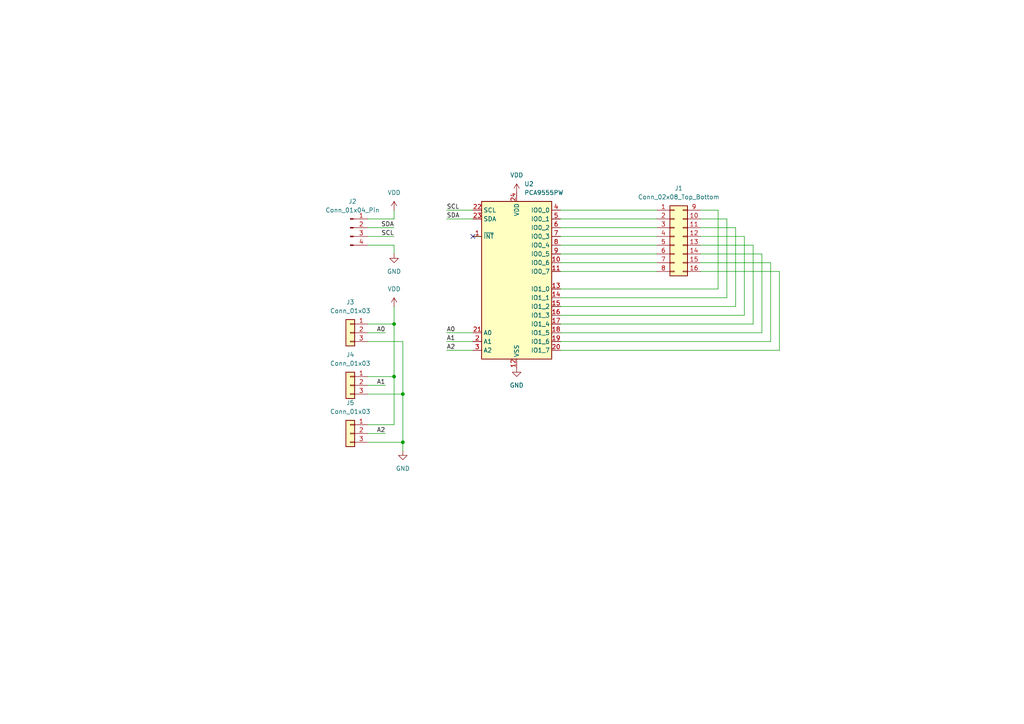
<source format=kicad_sch>
(kicad_sch (version 20231120) (generator "eeschema") (generator_version "8.0")
  (paper "A4")
  (lib_symbols
    (symbol "Connector:Conn_01x04_Pin" (pin_names (offset 1.016) hide)
      (property "Reference" "J" (at 0 5.08 0))
      (property "Value" "Conn_01x04_Pin" (at 0 -7.62 0))
      (symbol "Conn_01x04_Pin_1_1"
        (polyline (pts (xy 1.27 -5.08) (xy 0.8636 -5.08)) (stroke (width 0.1524)))
        (polyline (pts (xy 1.27 -2.54) (xy 0.8636 -2.54)) (stroke (width 0.1524)))
        (polyline (pts (xy 1.27 0) (xy 0.8636 0)) (stroke (width 0.1524)))
        (polyline (pts (xy 1.27 2.54) (xy 0.8636 2.54)) (stroke (width 0.1524)))
        (rectangle (start 0.8636 -4.953) (end 0 -5.207) (stroke (width 0.1524)) (fill (type outline)))
        (rectangle (start 0.8636 -2.413) (end 0 -2.667) (stroke (width 0.1524)) (fill (type outline)))
        (rectangle (start 0.8636 0.127) (end 0 -0.127) (stroke (width 0.1524)) (fill (type outline)))
        (rectangle (start 0.8636 2.667) (end 0 2.413) (stroke (width 0.1524)) (fill (type outline)))
        (pin passive line (at 5.08 2.54 180) (length 3.81) (name "Pin_1") (number "1"))
        (pin passive line (at 5.08 0 180) (length 3.81) (name "Pin_2") (number "2"))
        (pin passive line (at 5.08 -2.54 180) (length 3.81) (name "Pin_3") (number "3"))
        (pin passive line (at 5.08 -5.08 180) (length 3.81) (name "Pin_4") (number "4"))
      )
    )
    (symbol "Connector_Generic:Conn_01x03" (pin_names (offset 1.016) hide)
      (property "Reference" "J" (at 0 5.08 0))
      (property "Value" "Conn_01x03" (at 0 -5.08 0))
      (symbol "Conn_01x03_1_1"
        (rectangle (start -1.27 -2.413) (end 0 -2.667) (stroke (width 0.1524)))
        (rectangle (start -1.27 0.127) (end 0 -0.127) (stroke (width 0.1524)))
        (rectangle (start -1.27 2.667) (end 0 2.413) (stroke (width 0.1524)))
        (rectangle (start -1.27 3.81) (end 1.27 -3.81) (stroke (width 0.254)) (fill (type background)))
        (pin passive line (at -5.08 2.54 0) (length 3.81) (name "Pin_1") (number "1"))
        (pin passive line (at -5.08 0 0) (length 3.81) (name "Pin_2") (number "2"))
        (pin passive line (at -5.08 -2.54 0) (length 3.81) (name "Pin_3") (number "3"))
      )
    )
    (symbol "Connector_Generic:Conn_02x08_Top_Bottom" (pin_names (offset 1.016) hide)
      (property "Reference" "J" (at 1.27 10.16 0))
      (property "Value" "Conn_02x08_Top_Bottom" (at 1.27 -12.7 0))
      (symbol "Conn_02x08_Top_Bottom_1_1"
        (rectangle (start -1.27 -10.033) (end 0 -10.287) (stroke (width 0.1524)))
        (rectangle (start -1.27 -7.493) (end 0 -7.747) (stroke (width 0.1524)))
        (rectangle (start -1.27 -4.953) (end 0 -5.207) (stroke (width 0.1524)))
        (rectangle (start -1.27 -2.413) (end 0 -2.667) (stroke (width 0.1524)))
        (rectangle (start -1.27 0.127) (end 0 -0.127) (stroke (width 0.1524)))
        (rectangle (start -1.27 2.667) (end 0 2.413) (stroke (width 0.1524)))
        (rectangle (start -1.27 5.207) (end 0 4.953) (stroke (width 0.1524)))
        (rectangle (start -1.27 7.747) (end 0 7.493) (stroke (width 0.1524)))
        (rectangle (start -1.27 8.89) (end 3.81 -11.43) (stroke (width 0.254)) (fill (type background)))
        (rectangle (start 3.81 -10.033) (end 2.54 -10.287) (stroke (width 0.1524)))
        (rectangle (start 3.81 -7.493) (end 2.54 -7.747) (stroke (width 0.1524)))
        (rectangle (start 3.81 -4.953) (end 2.54 -5.207) (stroke (width 0.1524)))
        (rectangle (start 3.81 -2.413) (end 2.54 -2.667) (stroke (width 0.1524)))
        (rectangle (start 3.81 0.127) (end 2.54 -0.127) (stroke (width 0.1524)))
        (rectangle (start 3.81 2.667) (end 2.54 2.413) (stroke (width 0.1524)))
        (rectangle (start 3.81 5.207) (end 2.54 4.953) (stroke (width 0.1524)))
        (rectangle (start 3.81 7.747) (end 2.54 7.493) (stroke (width 0.1524)))
        (pin passive line (at -5.08 7.62 0) (length 3.81) (name "Pin_1") (number "1"))
        (pin passive line (at 7.62 5.08 180) (length 3.81) (name "Pin_10") (number "10"))
        (pin passive line (at 7.62 2.54 180) (length 3.81) (name "Pin_11") (number "11"))
        (pin passive line (at 7.62 0 180) (length 3.81) (name "Pin_12") (number "12"))
        (pin passive line (at 7.62 -2.54 180) (length 3.81) (name "Pin_13") (number "13"))
        (pin passive line (at 7.62 -5.08 180) (length 3.81) (name "Pin_14") (number "14"))
        (pin passive line (at 7.62 -7.62 180) (length 3.81) (name "Pin_15") (number "15"))
        (pin passive line (at 7.62 -10.16 180) (length 3.81) (name "Pin_16") (number "16"))
        (pin passive line (at -5.08 5.08 0) (length 3.81) (name "Pin_2") (number "2"))
        (pin passive line (at -5.08 2.54 0) (length 3.81) (name "Pin_3") (number "3"))
        (pin passive line (at -5.08 0 0) (length 3.81) (name "Pin_4") (number "4"))
        (pin passive line (at -5.08 -2.54 0) (length 3.81) (name "Pin_5") (number "5"))
        (pin passive line (at -5.08 -5.08 0) (length 3.81) (name "Pin_6") (number "6"))
        (pin passive line (at -5.08 -7.62 0) (length 3.81) (name "Pin_7") (number "7"))
        (pin passive line (at -5.08 -10.16 0) (length 3.81) (name "Pin_8") (number "8"))
        (pin passive line (at 7.62 7.62 180) (length 3.81) (name "Pin_9") (number "9"))
      )
    )
    (symbol "NextPCB:PCA9555PW"
      (property "Reference" "U" (at -8.89 24.13 0))
      (property "Value" "PCA9555PW" (at 6.35 24.13 0))
      (symbol "PCA9555PW_0_1"
        (rectangle (start -10.16 22.86) (end 10.16 -22.86) (stroke (width 0.254)) (fill (type background)))
      )
      (symbol "PCA9555PW_1_1"
        (pin open_collector line (at -12.7 12.7 0) (length 2.54) (name "~{INT}") (number "1"))
        (pin bidirectional line (at 12.7 5.08 180) (length 2.54) (name "IO0_6") (number "10"))
        (pin bidirectional line (at 12.7 2.54 180) (length 2.54) (name "IO0_7") (number "11"))
        (pin power_in line (at 0 -25.4 90) (length 2.54) (name "VSS") (number "12"))
        (pin bidirectional line (at 12.7 -2.54 180) (length 2.54) (name "IO1_0") (number "13"))
        (pin bidirectional line (at 12.7 -5.08 180) (length 2.54) (name "IO1_1") (number "14"))
        (pin bidirectional line (at 12.7 -7.62 180) (length 2.54) (name "IO1_2") (number "15"))
        (pin bidirectional line (at 12.7 -10.16 180) (length 2.54) (name "IO1_3") (number "16"))
        (pin bidirectional line (at 12.7 -12.7 180) (length 2.54) (name "IO1_4") (number "17"))
        (pin bidirectional line (at 12.7 -15.24 180) (length 2.54) (name "IO1_5") (number "18"))
        (pin bidirectional line (at 12.7 -17.78 180) (length 2.54) (name "IO1_6") (number "19"))
        (pin input line (at -12.7 -17.78 0) (length 2.54) (name "A1") (number "2"))
        (pin bidirectional line (at 12.7 -20.32 180) (length 2.54) (name "IO1_7") (number "20"))
        (pin input line (at -12.7 -15.24 0) (length 2.54) (name "A0") (number "21"))
        (pin input line (at -12.7 20.32 0) (length 2.54) (name "SCL") (number "22"))
        (pin bidirectional line (at -12.7 17.78 0) (length 2.54) (name "SDA") (number "23"))
        (pin power_in line (at 0 25.4 270) (length 2.54) (name "VDD") (number "24"))
        (pin input line (at -12.7 -20.32 0) (length 2.54) (name "A2") (number "3"))
        (pin bidirectional line (at 12.7 20.32 180) (length 2.54) (name "IO0_0") (number "4"))
        (pin bidirectional line (at 12.7 17.78 180) (length 2.54) (name "IO0_1") (number "5"))
        (pin bidirectional line (at 12.7 15.24 180) (length 2.54) (name "IO0_2") (number "6"))
        (pin bidirectional line (at 12.7 12.7 180) (length 2.54) (name "IO0_3") (number "7"))
        (pin bidirectional line (at 12.7 10.16 180) (length 2.54) (name "IO0_4") (number "8"))
        (pin bidirectional line (at 12.7 7.62 180) (length 2.54) (name "IO0_5") (number "9"))
      )
    )
    (symbol "power:GND" (power) (pin_numbers hide) (pin_names (offset 0) hide)
      (property "Value" "GND" (at 0 -3.81 0))
      (symbol "GND_0_1"
        (polyline (pts (xy 0 0) (xy 0 -1.27) (xy 1.27 -1.27) (xy 0 -2.54) (xy -1.27 -1.27) (xy 0 -1.27)))
      )
      (symbol "GND_1_1"
        (pin power_in line (at 0 0 270) (length 0) (name "~") (number "1"))
      )
    )
    (symbol "power:VDD" (power) (pin_numbers hide) (pin_names (offset 0) hide)
      (property "Value" "VDD" (at 0 3.556 0))
      (symbol "VDD_0_1"
        (polyline (pts (xy -0.762 1.27) (xy 0 2.54)))
        (polyline (pts (xy 0 0) (xy 0 2.54)))
        (polyline (pts (xy 0 2.54) (xy 0.762 1.27)))
      )
      (symbol "VDD_1_1"
        (pin power_in line (at 0 0 90) (length 0) (name "~") (number "1"))
      )
    )
  )
  (junction (at 116.84 114.3))
  (junction (at 114.3 109.22))
  (junction (at 116.84 128.27))
  (junction (at 114.3 93.98))
  (no_connect (at 137.16 68.58))
  (wire (pts (xy 226.06 101.6) (xy 226.06 78.74)))
  (wire (pts (xy 203.2 71.12) (xy 218.44 71.12)))
  (wire (pts (xy 106.68 93.98) (xy 114.3 93.98)))
  (wire (pts (xy 106.68 99.06) (xy 116.84 99.06)))
  (wire (pts (xy 208.28 60.96) (xy 203.2 60.96)))
  (wire (pts (xy 208.28 83.82) (xy 208.28 60.96)))
  (wire (pts (xy 162.56 83.82) (xy 208.28 83.82)))
  (wire (pts (xy 129.54 63.5) (xy 137.16 63.5)))
  (wire (pts (xy 162.56 73.66) (xy 190.5 73.66)))
  (wire (pts (xy 106.68 68.58) (xy 114.3 68.58)))
  (wire (pts (xy 203.2 78.74) (xy 226.06 78.74)))
  (wire (pts (xy 114.3 60.96) (xy 114.3 63.5)))
  (wire (pts (xy 114.3 109.22) (xy 114.3 123.19)))
  (wire (pts (xy 215.9 91.44) (xy 215.9 68.58)))
  (wire (pts (xy 137.16 68.58) (xy 139.7 68.58)))
  (wire (pts (xy 114.3 73.66) (xy 114.3 71.12)))
  (wire (pts (xy 106.68 96.52) (xy 111.76 96.52)))
  (wire (pts (xy 203.2 66.04) (xy 213.36 66.04)))
  (wire (pts (xy 162.56 96.52) (xy 220.98 96.52)))
  (wire (pts (xy 203.2 68.58) (xy 215.9 68.58)))
  (wire (pts (xy 162.56 93.98) (xy 218.44 93.98)))
  (wire (pts (xy 162.56 68.58) (xy 190.5 68.58)))
  (wire (pts (xy 210.82 86.36) (xy 210.82 63.5)))
  (wire (pts (xy 129.54 99.06) (xy 137.16 99.06)))
  (wire (pts (xy 223.52 99.06) (xy 223.52 76.2)))
  (wire (pts (xy 213.36 88.9) (xy 213.36 66.04)))
  (wire (pts (xy 106.68 114.3) (xy 116.84 114.3)))
  (wire (pts (xy 162.56 99.06) (xy 223.52 99.06)))
  (wire (pts (xy 220.98 96.52) (xy 220.98 73.66)))
  (wire (pts (xy 162.56 63.5) (xy 190.5 63.5)))
  (wire (pts (xy 106.68 123.19) (xy 114.3 123.19)))
  (wire (pts (xy 106.68 109.22) (xy 114.3 109.22)))
  (wire (pts (xy 162.56 86.36) (xy 210.82 86.36)))
  (wire (pts (xy 162.56 60.96) (xy 190.5 60.96)))
  (wire (pts (xy 106.68 111.76) (xy 111.76 111.76)))
  (wire (pts (xy 129.54 101.6) (xy 137.16 101.6)))
  (wire (pts (xy 129.54 96.52) (xy 137.16 96.52)))
  (wire (pts (xy 203.2 73.66) (xy 220.98 73.66)))
  (wire (pts (xy 129.54 60.96) (xy 137.16 60.96)))
  (wire (pts (xy 116.84 114.3) (xy 116.84 128.27)))
  (wire (pts (xy 114.3 93.98) (xy 114.3 88.9)))
  (wire (pts (xy 218.44 93.98) (xy 218.44 71.12)))
  (wire (pts (xy 114.3 93.98) (xy 114.3 109.22)))
  (wire (pts (xy 162.56 78.74) (xy 190.5 78.74)))
  (wire (pts (xy 162.56 101.6) (xy 226.06 101.6)))
  (wire (pts (xy 162.56 88.9) (xy 213.36 88.9)))
  (wire (pts (xy 106.68 128.27) (xy 116.84 128.27)))
  (wire (pts (xy 106.68 71.12) (xy 114.3 71.12)))
  (wire (pts (xy 116.84 128.27) (xy 116.84 130.81)))
  (wire (pts (xy 162.56 71.12) (xy 190.5 71.12)))
  (wire (pts (xy 116.84 99.06) (xy 116.84 114.3)))
  (wire (pts (xy 162.56 66.04) (xy 190.5 66.04)))
  (wire (pts (xy 203.2 76.2) (xy 223.52 76.2)))
  (wire (pts (xy 106.68 66.04) (xy 114.3 66.04)))
  (wire (pts (xy 106.68 125.73) (xy 111.76 125.73)))
  (wire (pts (xy 114.3 63.5) (xy 106.68 63.5)))
  (wire (pts (xy 162.56 76.2) (xy 190.5 76.2)))
  (wire (pts (xy 203.2 63.5) (xy 210.82 63.5)))
  (wire (pts (xy 162.56 91.44) (xy 215.9 91.44)))
  (label "A0" (at 111.76 96.52 180))
  (label "A1" (at 111.76 111.76 180))
  (label "A1" (at 129.54 99.06 0))
  (label "SDA" (at 114.3 66.04 180))
  (label "SCL" (at 114.3 68.58 180))
  (label "A2" (at 111.76 125.73 180))
  (label "SCL" (at 129.54 60.96 0))
  (label "SDA" (at 129.54 63.5 0))
  (label "A0" (at 129.54 96.52 0))
  (label "A2" (at 129.54 101.6 0))
  (symbol (lib_id "power:GND") (at 149.86 106.68 0) (unit 1)
    (property "Reference" "#PWR05" (effects (hide yes)))
    (property "Value" "GND" (at 149.86 111.76 0))
    (property "Description" "Power symbol creates a global label with name \"GND\" , ground" (effects (hide yes)))
  )
  (symbol (lib_id "NextPCB:PCA9555PW") (at 149.86 81.28 0) (unit 1)
    (property "Reference" "U2" (at 152.0541 53.34 0) (effects (justify left)))
    (property "Value" "PCA9555PW" (at 152.0541 55.88 0) (effects (justify left)))
    (property "Footprint" "Package_SO:TSSOP-24_4.4x7.8mm_P0.65mm" (effects (hide yes)))
    (property "Datasheet" "https://www.nxp.com/docs/en/data-sheet/PCA9555.pdf" (effects (hide yes)))
    (property "Description" "IO expander 16 GPIO, I2C 400kHz, Interrupt, 2.3 - 5.5V, TSSOP-24" (effects (hide yes)))
    (property "MPN" "PCA9555PW" (effects (hide yes)))
    (property "URL" "https://www.hqonline.com/product-detail/enzhipu-nxp--pca9555pw-1025693950" (effects (hide yes)))
  )
  (symbol (lib_id "power:GND") (at 116.84 130.81 0) (unit 1)
    (property "Reference" "#PWR06" (effects (hide yes)))
    (property "Value" "GND" (at 116.84 135.89 0))
    (property "Description" "Power symbol creates a global label with name \"GND\" , ground" (effects (hide yes)))
  )
  (symbol (lib_id "power:VDD") (at 149.86 55.88 0) (unit 1)
    (property "Reference" "#PWR01" (effects (hide yes)))
    (property "Value" "VDD" (at 149.86 50.8 0))
    (property "Description" "Power symbol creates a global label with name \"VDD\"" (effects (hide yes)))
  )
  (symbol (lib_id "Connector_Generic:Conn_01x03") (at 101.6 125.73 0) (mirror y) (unit 1)
    (property "Reference" "J5" (at 101.6 116.84 0))
    (property "Value" "Conn_01x03" (at 101.6 119.38 0))
    (property "Footprint" "Connector_PinHeader_2.54mm:PinHeader_1x03_P2.54mm_Vertical_SMD_Pin1Left" (effects (hide yes)))
    (property "Description" "Generic connector, single row, 01x03, script generated (kicad-library-utils/schlib/autogen/connector/)" (effects (hide yes)))
  )
  (symbol (lib_id "power:GND") (at 114.3 73.66 0) (unit 1)
    (property "Reference" "#PWR04" (effects (hide yes)))
    (property "Value" "GND" (at 114.3 78.74 0))
    (property "Description" "Power symbol creates a global label with name \"GND\" , ground" (effects (hide yes)))
  )
  (symbol (lib_id "Connector_Generic:Conn_01x03") (at 101.6 111.76 0) (mirror y) (unit 1)
    (property "Reference" "J4" (at 101.6 102.87 0))
    (property "Value" "Conn_01x03" (at 101.6 105.41 0))
    (property "Footprint" "Connector_PinHeader_2.54mm:PinHeader_1x03_P2.54mm_Vertical_SMD_Pin1Left" (effects (hide yes)))
    (property "Description" "Generic connector, single row, 01x03, script generated (kicad-library-utils/schlib/autogen/connector/)" (effects (hide yes)))
  )
  (symbol (lib_id "Connector_Generic:Conn_01x03") (at 101.6 96.52 0) (mirror y) (unit 1)
    (property "Reference" "J3" (at 101.6 87.63 0))
    (property "Value" "Conn_01x03" (at 101.6 90.17 0))
    (property "Footprint" "Connector_PinHeader_2.54mm:PinHeader_1x03_P2.54mm_Vertical_SMD_Pin1Left" (effects (hide yes)))
    (property "Description" "Generic connector, single row, 01x03, script generated (kicad-library-utils/schlib/autogen/connector/)" (effects (hide yes)))
  )
  (symbol (lib_id "Connector_Generic:Conn_02x08_Top_Bottom") (at 195.58 68.58 0) (unit 1)
    (property "Reference" "J1" (at 196.85 54.61 0))
    (property "Value" "Conn_02x08_Top_Bottom" (at 196.85 57.15 0))
    (property "Footprint" "Connector_PinHeader_2.54mm:PinHeader_2x08_P2.54mm_Vertical_SMD" (effects (hide yes)))
    (property "Description" "Generic connector, double row, 02x08, top/bottom pin numbering scheme (row 1: 1...pins_per_row, row2: pins_per_row+1 ... num_pins), script generated (kicad-library-utils/schlib/autogen/connector/)" (effects (hide yes)))
  )
  (symbol (lib_id "Connector:Conn_01x04_Pin") (at 101.6 66.04 0) (unit 1)
    (property "Reference" "J2" (at 102.235 58.42 0))
    (property "Value" "Conn_01x04_Pin" (at 102.235 60.96 0))
    (property "Footprint" "Connector_PinHeader_2.54mm:PinHeader_1x04_P2.54mm_Vertical_SMD_Pin1Left" (effects (hide yes)))
    (property "Description" "Generic connector, single row, 01x04, script generated" (effects (hide yes)))
  )
  (symbol (lib_id "power:VDD") (at 114.3 88.9 0) (unit 1)
    (property "Reference" "#PWR02" (effects (hide yes)))
    (property "Value" "VDD" (at 114.3 83.82 0))
    (property "Description" "Power symbol creates a global label with name \"VDD\"" (effects (hide yes)))
  )
  (symbol (lib_id "power:VDD") (at 114.3 60.96 0) (unit 1)
    (property "Reference" "#PWR07" (effects (hide yes)))
    (property "Value" "VDD" (at 114.3 55.88 0))
    (property "Description" "Power symbol creates a global label with name \"VDD\"" (effects (hide yes)))
  )
)
</source>
